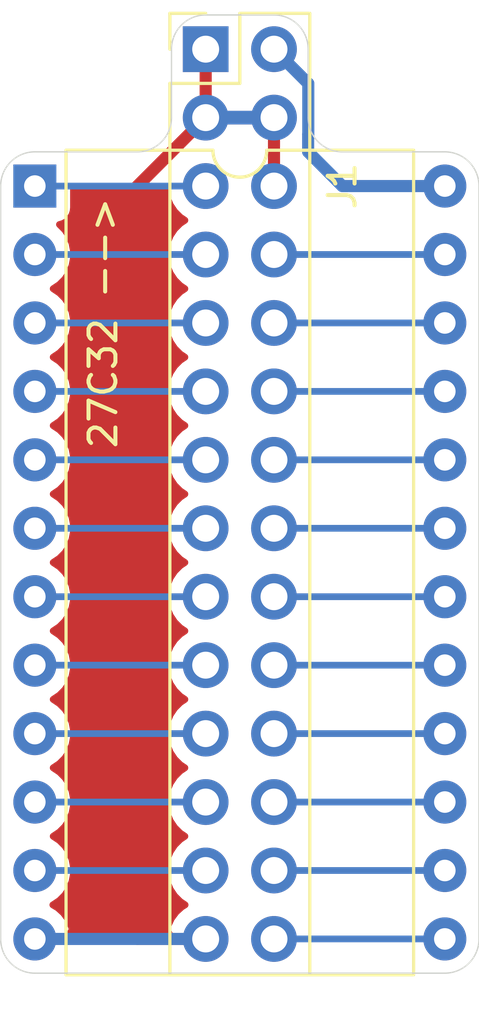
<source format=kicad_pcb>
(kicad_pcb (version 20171130) (host pcbnew 5.1.8-1.fc33)

  (general
    (thickness 1.6)
    (drawings 16)
    (tracks 38)
    (zones 0)
    (modules 2)
    (nets 25)
  )

  (page A4)
  (layers
    (0 F.Cu signal)
    (31 B.Cu signal)
    (32 B.Adhes user)
    (33 F.Adhes user)
    (34 B.Paste user)
    (35 F.Paste user)
    (36 B.SilkS user)
    (37 F.SilkS user)
    (38 B.Mask user)
    (39 F.Mask user)
    (40 Dwgs.User user)
    (41 Cmts.User user)
    (42 Eco1.User user)
    (43 Eco2.User user)
    (44 Edge.Cuts user)
    (45 Margin user)
    (46 B.CrtYd user)
    (47 F.CrtYd user)
    (48 B.Fab user)
    (49 F.Fab user)
  )

  (setup
    (last_trace_width 0.25)
    (trace_clearance 0.2)
    (zone_clearance 0.508)
    (zone_45_only no)
    (trace_min 0.2)
    (via_size 0.8)
    (via_drill 0.4)
    (via_min_size 0.4)
    (via_min_drill 0.3)
    (uvia_size 0.3)
    (uvia_drill 0.1)
    (uvias_allowed no)
    (uvia_min_size 0.2)
    (uvia_min_drill 0.1)
    (edge_width 0.05)
    (segment_width 0.2)
    (pcb_text_width 0.3)
    (pcb_text_size 1.5 1.5)
    (mod_edge_width 0.12)
    (mod_text_size 1 1)
    (mod_text_width 0.15)
    (pad_size 1.524 1.524)
    (pad_drill 0.762)
    (pad_to_mask_clearance 0)
    (aux_axis_origin 0 0)
    (visible_elements FFFFFF7F)
    (pcbplotparams
      (layerselection 0x010fc_ffffffff)
      (usegerberextensions false)
      (usegerberattributes true)
      (usegerberadvancedattributes true)
      (creategerberjobfile true)
      (excludeedgelayer true)
      (linewidth 0.100000)
      (plotframeref false)
      (viasonmask false)
      (mode 1)
      (useauxorigin false)
      (hpglpennumber 1)
      (hpglpenspeed 20)
      (hpglpendiameter 15.000000)
      (psnegative false)
      (psa4output false)
      (plotreference true)
      (plotvalue true)
      (plotinvisibletext false)
      (padsonsilk false)
      (subtractmaskfromsilk false)
      (outputformat 1)
      (mirror false)
      (drillshape 1)
      (scaleselection 1)
      (outputdirectory ""))
  )

  (net 0 "")
  (net 1 /D3)
  (net 2 GND)
  (net 3 /D4)
  (net 4 /D2)
  (net 5 /D5)
  (net 6 /D1)
  (net 7 /D6)
  (net 8 /D0)
  (net 9 /D7)
  (net 10 /A0)
  (net 11 /~CE)
  (net 12 /A1)
  (net 13 /A10)
  (net 14 /A2)
  (net 15 /~OE)
  (net 16 /A3)
  (net 17 /A11)
  (net 18 /A4)
  (net 19 /A9)
  (net 20 /A5)
  (net 21 /A8)
  (net 22 /A6)
  (net 23 /A7)
  (net 24 /VCC_EXT)

  (net_class Default "This is the default net class."
    (clearance 0.2)
    (trace_width 0.25)
    (via_dia 0.8)
    (via_drill 0.4)
    (uvia_dia 0.3)
    (uvia_drill 0.1)
    (add_net /A0)
    (add_net /A1)
    (add_net /A10)
    (add_net /A11)
    (add_net /A2)
    (add_net /A3)
    (add_net /A4)
    (add_net /A5)
    (add_net /A6)
    (add_net /A7)
    (add_net /A8)
    (add_net /A9)
    (add_net /D0)
    (add_net /D1)
    (add_net /D2)
    (add_net /D3)
    (add_net /D4)
    (add_net /D5)
    (add_net /D6)
    (add_net /D7)
    (add_net /~CE)
    (add_net /~OE)
  )

  (net_class POWER ""
    (clearance 0.2)
    (trace_width 0.45)
    (via_dia 0.8)
    (via_drill 0.4)
    (uvia_dia 0.3)
    (uvia_drill 0.1)
    (add_net /VCC_EXT)
    (add_net GND)
  )

  (module Package_DIP:DIP-24_W15.24mm (layer F.Cu) (tedit 5A02E8C5) (tstamp 5FB91BDD)
    (at 119.38 78.74)
    (descr "24-lead though-hole mounted DIP package, row spacing 15.24 mm (600 mils)")
    (tags "THT DIP DIL PDIP 2.54mm 15.24mm 600mil")
    (path /5FBAE2DA)
    (fp_text reference "27C32 -->" (at 2.54 5.08 90) (layer F.SilkS)
      (effects (font (size 1 1) (thickness 0.15)))
    )
    (fp_text value 2732 (at 7.62 30.27) (layer F.Fab)
      (effects (font (size 1 1) (thickness 0.15)))
    )
    (fp_line (start 16.3 -1.55) (end -1.05 -1.55) (layer F.CrtYd) (width 0.05))
    (fp_line (start 16.3 29.5) (end 16.3 -1.55) (layer F.CrtYd) (width 0.05))
    (fp_line (start -1.05 29.5) (end 16.3 29.5) (layer F.CrtYd) (width 0.05))
    (fp_line (start -1.05 -1.55) (end -1.05 29.5) (layer F.CrtYd) (width 0.05))
    (fp_line (start 14.08 -1.33) (end 8.62 -1.33) (layer F.SilkS) (width 0.12))
    (fp_line (start 14.08 29.27) (end 14.08 -1.33) (layer F.SilkS) (width 0.12))
    (fp_line (start 1.16 29.27) (end 14.08 29.27) (layer F.SilkS) (width 0.12))
    (fp_line (start 1.16 -1.33) (end 1.16 29.27) (layer F.SilkS) (width 0.12))
    (fp_line (start 6.62 -1.33) (end 1.16 -1.33) (layer F.SilkS) (width 0.12))
    (fp_line (start 0.255 -0.27) (end 1.255 -1.27) (layer F.Fab) (width 0.1))
    (fp_line (start 0.255 29.21) (end 0.255 -0.27) (layer F.Fab) (width 0.1))
    (fp_line (start 14.985 29.21) (end 0.255 29.21) (layer F.Fab) (width 0.1))
    (fp_line (start 14.985 -1.27) (end 14.985 29.21) (layer F.Fab) (width 0.1))
    (fp_line (start 1.255 -1.27) (end 14.985 -1.27) (layer F.Fab) (width 0.1))
    (fp_text user %R (at 7.62 13.97) (layer F.Fab)
      (effects (font (size 1 1) (thickness 0.15)))
    )
    (fp_arc (start 7.62 -1.33) (end 6.62 -1.33) (angle -180) (layer F.SilkS) (width 0.12))
    (pad 24 thru_hole oval (at 15.24 0) (size 1.6 1.6) (drill 0.8) (layers *.Cu *.Mask)
      (net 24 /VCC_EXT))
    (pad 12 thru_hole oval (at 0 27.94) (size 1.6 1.6) (drill 0.8) (layers *.Cu *.Mask)
      (net 2 GND))
    (pad 23 thru_hole oval (at 15.24 2.54) (size 1.6 1.6) (drill 0.8) (layers *.Cu *.Mask)
      (net 21 /A8))
    (pad 11 thru_hole oval (at 0 25.4) (size 1.6 1.6) (drill 0.8) (layers *.Cu *.Mask)
      (net 4 /D2))
    (pad 22 thru_hole oval (at 15.24 5.08) (size 1.6 1.6) (drill 0.8) (layers *.Cu *.Mask)
      (net 19 /A9))
    (pad 10 thru_hole oval (at 0 22.86) (size 1.6 1.6) (drill 0.8) (layers *.Cu *.Mask)
      (net 6 /D1))
    (pad 21 thru_hole oval (at 15.24 7.62) (size 1.6 1.6) (drill 0.8) (layers *.Cu *.Mask)
      (net 17 /A11))
    (pad 9 thru_hole oval (at 0 20.32) (size 1.6 1.6) (drill 0.8) (layers *.Cu *.Mask)
      (net 8 /D0))
    (pad 20 thru_hole oval (at 15.24 10.16) (size 1.6 1.6) (drill 0.8) (layers *.Cu *.Mask)
      (net 15 /~OE))
    (pad 8 thru_hole oval (at 0 17.78) (size 1.6 1.6) (drill 0.8) (layers *.Cu *.Mask)
      (net 10 /A0))
    (pad 19 thru_hole oval (at 15.24 12.7) (size 1.6 1.6) (drill 0.8) (layers *.Cu *.Mask)
      (net 13 /A10))
    (pad 7 thru_hole oval (at 0 15.24) (size 1.6 1.6) (drill 0.8) (layers *.Cu *.Mask)
      (net 12 /A1))
    (pad 18 thru_hole oval (at 15.24 15.24) (size 1.6 1.6) (drill 0.8) (layers *.Cu *.Mask)
      (net 11 /~CE))
    (pad 6 thru_hole oval (at 0 12.7) (size 1.6 1.6) (drill 0.8) (layers *.Cu *.Mask)
      (net 14 /A2))
    (pad 17 thru_hole oval (at 15.24 17.78) (size 1.6 1.6) (drill 0.8) (layers *.Cu *.Mask)
      (net 9 /D7))
    (pad 5 thru_hole oval (at 0 10.16) (size 1.6 1.6) (drill 0.8) (layers *.Cu *.Mask)
      (net 16 /A3))
    (pad 16 thru_hole oval (at 15.24 20.32) (size 1.6 1.6) (drill 0.8) (layers *.Cu *.Mask)
      (net 7 /D6))
    (pad 4 thru_hole oval (at 0 7.62) (size 1.6 1.6) (drill 0.8) (layers *.Cu *.Mask)
      (net 18 /A4))
    (pad 15 thru_hole oval (at 15.24 22.86) (size 1.6 1.6) (drill 0.8) (layers *.Cu *.Mask)
      (net 5 /D5))
    (pad 3 thru_hole oval (at 0 5.08) (size 1.6 1.6) (drill 0.8) (layers *.Cu *.Mask)
      (net 20 /A5))
    (pad 14 thru_hole oval (at 15.24 25.4) (size 1.6 1.6) (drill 0.8) (layers *.Cu *.Mask)
      (net 3 /D4))
    (pad 2 thru_hole oval (at 0 2.54) (size 1.6 1.6) (drill 0.8) (layers *.Cu *.Mask)
      (net 22 /A6))
    (pad 13 thru_hole oval (at 15.24 27.94) (size 1.6 1.6) (drill 0.8) (layers *.Cu *.Mask)
      (net 1 /D3))
    (pad 1 thru_hole rect (at 0 0) (size 1.6 1.6) (drill 0.8) (layers *.Cu *.Mask)
      (net 23 /A7))
    (model ${KISYS3DMOD}/Package_DIP.3dshapes/DIP-24_W15.24mm.wrl
      (at (xyz 0 0 0))
      (scale (xyz 1 1 1))
      (rotate (xyz 0 0 0))
    )
  )

  (module Connector_PinHeader_2.54mm:PinHeader_2x14_P2.54mm_Vertical (layer F.Cu) (tedit 59FED5CC) (tstamp 5FB63764)
    (at 125.73 73.66)
    (descr "Through hole straight pin header, 2x14, 2.54mm pitch, double rows")
    (tags "Through hole pin header THT 2x14 2.54mm double row")
    (path /5FB64E05)
    (fp_text reference J1 (at 5.08 5.08 -90) (layer F.SilkS)
      (effects (font (size 1 1) (thickness 0.15)))
    )
    (fp_text value Adapter (at 1.27 35.35) (layer F.Fab)
      (effects (font (size 1 1) (thickness 0.15)))
    )
    (fp_line (start 0 -1.27) (end 3.81 -1.27) (layer F.Fab) (width 0.1))
    (fp_line (start 3.81 -1.27) (end 3.81 34.29) (layer F.Fab) (width 0.1))
    (fp_line (start 3.81 34.29) (end -1.27 34.29) (layer F.Fab) (width 0.1))
    (fp_line (start -1.27 34.29) (end -1.27 0) (layer F.Fab) (width 0.1))
    (fp_line (start -1.27 0) (end 0 -1.27) (layer F.Fab) (width 0.1))
    (fp_line (start -1.33 34.35) (end 3.87 34.35) (layer F.SilkS) (width 0.12))
    (fp_line (start -1.33 1.27) (end -1.33 34.35) (layer F.SilkS) (width 0.12))
    (fp_line (start 3.87 -1.33) (end 3.87 34.35) (layer F.SilkS) (width 0.12))
    (fp_line (start -1.33 1.27) (end 1.27 1.27) (layer F.SilkS) (width 0.12))
    (fp_line (start 1.27 1.27) (end 1.27 -1.33) (layer F.SilkS) (width 0.12))
    (fp_line (start 1.27 -1.33) (end 3.87 -1.33) (layer F.SilkS) (width 0.12))
    (fp_line (start -1.33 0) (end -1.33 -1.33) (layer F.SilkS) (width 0.12))
    (fp_line (start -1.33 -1.33) (end 0 -1.33) (layer F.SilkS) (width 0.12))
    (fp_line (start -1.8 -1.8) (end -1.8 34.8) (layer F.CrtYd) (width 0.05))
    (fp_line (start -1.8 34.8) (end 4.35 34.8) (layer F.CrtYd) (width 0.05))
    (fp_line (start 4.35 34.8) (end 4.35 -1.8) (layer F.CrtYd) (width 0.05))
    (fp_line (start 4.35 -1.8) (end -1.8 -1.8) (layer F.CrtYd) (width 0.05))
    (fp_text user %R (at 1.27 16.51 90) (layer F.Fab)
      (effects (font (size 1 1) (thickness 0.15)))
    )
    (pad 28 thru_hole oval (at 2.54 33.02) (size 1.7 1.7) (drill 1) (layers *.Cu *.Mask)
      (net 1 /D3))
    (pad 27 thru_hole oval (at 0 33.02) (size 1.7 1.7) (drill 1) (layers *.Cu *.Mask)
      (net 2 GND))
    (pad 26 thru_hole oval (at 2.54 30.48) (size 1.7 1.7) (drill 1) (layers *.Cu *.Mask)
      (net 3 /D4))
    (pad 25 thru_hole oval (at 0 30.48) (size 1.7 1.7) (drill 1) (layers *.Cu *.Mask)
      (net 4 /D2))
    (pad 24 thru_hole oval (at 2.54 27.94) (size 1.7 1.7) (drill 1) (layers *.Cu *.Mask)
      (net 5 /D5))
    (pad 23 thru_hole oval (at 0 27.94) (size 1.7 1.7) (drill 1) (layers *.Cu *.Mask)
      (net 6 /D1))
    (pad 22 thru_hole oval (at 2.54 25.4) (size 1.7 1.7) (drill 1) (layers *.Cu *.Mask)
      (net 7 /D6))
    (pad 21 thru_hole oval (at 0 25.4) (size 1.7 1.7) (drill 1) (layers *.Cu *.Mask)
      (net 8 /D0))
    (pad 20 thru_hole oval (at 2.54 22.86) (size 1.7 1.7) (drill 1) (layers *.Cu *.Mask)
      (net 9 /D7))
    (pad 19 thru_hole oval (at 0 22.86) (size 1.7 1.7) (drill 1) (layers *.Cu *.Mask)
      (net 10 /A0))
    (pad 18 thru_hole oval (at 2.54 20.32) (size 1.7 1.7) (drill 1) (layers *.Cu *.Mask)
      (net 11 /~CE))
    (pad 17 thru_hole oval (at 0 20.32) (size 1.7 1.7) (drill 1) (layers *.Cu *.Mask)
      (net 12 /A1))
    (pad 16 thru_hole oval (at 2.54 17.78) (size 1.7 1.7) (drill 1) (layers *.Cu *.Mask)
      (net 13 /A10))
    (pad 15 thru_hole oval (at 0 17.78) (size 1.7 1.7) (drill 1) (layers *.Cu *.Mask)
      (net 14 /A2))
    (pad 14 thru_hole oval (at 2.54 15.24) (size 1.7 1.7) (drill 1) (layers *.Cu *.Mask)
      (net 15 /~OE))
    (pad 13 thru_hole oval (at 0 15.24) (size 1.7 1.7) (drill 1) (layers *.Cu *.Mask)
      (net 16 /A3))
    (pad 12 thru_hole oval (at 2.54 12.7) (size 1.7 1.7) (drill 1) (layers *.Cu *.Mask)
      (net 17 /A11))
    (pad 11 thru_hole oval (at 0 12.7) (size 1.7 1.7) (drill 1) (layers *.Cu *.Mask)
      (net 18 /A4))
    (pad 10 thru_hole oval (at 2.54 10.16) (size 1.7 1.7) (drill 1) (layers *.Cu *.Mask)
      (net 19 /A9))
    (pad 9 thru_hole oval (at 0 10.16) (size 1.7 1.7) (drill 1) (layers *.Cu *.Mask)
      (net 20 /A5))
    (pad 8 thru_hole oval (at 2.54 7.62) (size 1.7 1.7) (drill 1) (layers *.Cu *.Mask)
      (net 21 /A8))
    (pad 7 thru_hole oval (at 0 7.62) (size 1.7 1.7) (drill 1) (layers *.Cu *.Mask)
      (net 22 /A6))
    (pad 6 thru_hole oval (at 2.54 5.08) (size 1.7 1.7) (drill 1) (layers *.Cu *.Mask)
      (net 2 GND))
    (pad 5 thru_hole oval (at 0 5.08) (size 1.7 1.7) (drill 1) (layers *.Cu *.Mask)
      (net 23 /A7))
    (pad 4 thru_hole oval (at 2.54 2.54) (size 1.7 1.7) (drill 1) (layers *.Cu *.Mask)
      (net 2 GND))
    (pad 3 thru_hole oval (at 0 2.54) (size 1.7 1.7) (drill 1) (layers *.Cu *.Mask)
      (net 2 GND))
    (pad 2 thru_hole oval (at 2.54 0) (size 1.7 1.7) (drill 1) (layers *.Cu *.Mask)
      (net 24 /VCC_EXT))
    (pad 1 thru_hole rect (at 0 0) (size 1.7 1.7) (drill 1) (layers *.Cu *.Mask)
      (net 2 GND))
    (model ${KISYS3DMOD}/Connector_PinHeader_2.54mm.3dshapes/PinHeader_2x14_P2.54mm_Vertical.wrl
      (at (xyz 0 0 0))
      (scale (xyz 1 1 1))
      (rotate (xyz 0 0 0))
    )
  )

  (gr_line (start 123.19 77.47) (end 119.38 77.47) (layer Edge.Cuts) (width 0.05) (tstamp 5FB91CF1))
  (gr_line (start 124.46 73.66) (end 124.46 76.2) (layer Edge.Cuts) (width 0.05) (tstamp 5FB91CF0))
  (gr_line (start 129.54 76.2) (end 129.54 73.66) (layer Edge.Cuts) (width 0.05) (tstamp 5FB91CEF))
  (gr_line (start 130.81 77.47) (end 134.62 77.47) (layer Edge.Cuts) (width 0.05) (tstamp 5FB91CEE))
  (gr_arc (start 130.81 76.2) (end 129.54 76.2) (angle -90) (layer Edge.Cuts) (width 0.05))
  (gr_arc (start 123.19 76.2) (end 123.19 77.47) (angle -90) (layer Edge.Cuts) (width 0.05))
  (gr_arc (start 125.73 73.66) (end 125.73 72.39) (angle -90) (layer Edge.Cuts) (width 0.05))
  (gr_arc (start 128.27 73.66) (end 129.54 73.66) (angle -90) (layer Edge.Cuts) (width 0.05))
  (gr_line (start 119.38 107.95) (end 134.62 107.95) (layer Edge.Cuts) (width 0.05) (tstamp 5FB63A42))
  (gr_line (start 118.11 78.74) (end 118.11 106.68) (layer Edge.Cuts) (width 0.05) (tstamp 5FB63A41))
  (gr_line (start 128.27 72.39) (end 125.73 72.39) (layer Edge.Cuts) (width 0.05) (tstamp 5FB63A40))
  (gr_line (start 135.89 106.68) (end 135.89 78.74) (layer Edge.Cuts) (width 0.05) (tstamp 5FB63A3F))
  (gr_arc (start 134.62 106.68) (end 134.62 107.95) (angle -90) (layer Edge.Cuts) (width 0.05))
  (gr_arc (start 119.38 106.68) (end 118.11 106.68) (angle -90) (layer Edge.Cuts) (width 0.05))
  (gr_arc (start 134.62 78.74) (end 135.89 78.74) (angle -90) (layer Edge.Cuts) (width 0.05))
  (gr_arc (start 119.38 78.74) (end 119.38 77.47) (angle -90) (layer Edge.Cuts) (width 0.05))

  (segment (start 128.27 106.68) (end 134.72 106.68) (width 0.25) (layer B.Cu) (net 1))
  (segment (start 125.73 106.68) (end 119.48 106.68) (width 0.45) (layer B.Cu) (net 2))
  (segment (start 128.27 78.74) (end 128.27 76.2) (width 0.45) (layer F.Cu) (net 2))
  (segment (start 128.27 76.2) (end 125.73 76.2) (width 0.45) (layer F.Cu) (net 2))
  (segment (start 125.73 76.2) (end 125.73 73.66) (width 0.45) (layer F.Cu) (net 2))
  (segment (start 123.19 106.68) (end 125.73 106.68) (width 0.45) (layer F.Cu) (net 2))
  (segment (start 121.92 105.41) (end 123.19 106.68) (width 0.45) (layer F.Cu) (net 2))
  (segment (start 121.92 80.01) (end 121.92 105.41) (width 0.45) (layer F.Cu) (net 2))
  (segment (start 125.73 76.2) (end 121.92 80.01) (width 0.45) (layer F.Cu) (net 2))
  (segment (start 134.72 104.14) (end 128.27 104.14) (width 0.25) (layer B.Cu) (net 3))
  (segment (start 120.354998 104.14) (end 119.48 104.14) (width 0.25) (layer B.Cu) (net 4))
  (segment (start 125.73 104.14) (end 120.354998 104.14) (width 0.25) (layer B.Cu) (net 4))
  (segment (start 128.27 101.6) (end 134.72 101.6) (width 0.25) (layer B.Cu) (net 5))
  (segment (start 125.73 101.6) (end 119.48 101.6) (width 0.25) (layer B.Cu) (net 6))
  (segment (start 134.72 99.06) (end 128.27 99.06) (width 0.25) (layer B.Cu) (net 7))
  (segment (start 120.354998 99.06) (end 119.48 99.06) (width 0.25) (layer B.Cu) (net 8))
  (segment (start 125.73 99.06) (end 120.354998 99.06) (width 0.25) (layer B.Cu) (net 8))
  (segment (start 128.27 96.52) (end 134.72 96.52) (width 0.25) (layer B.Cu) (net 9))
  (segment (start 125.73 96.52) (end 119.48 96.52) (width 0.25) (layer B.Cu) (net 10))
  (segment (start 134.72 93.98) (end 128.27 93.98) (width 0.25) (layer B.Cu) (net 11))
  (segment (start 125.73 93.98) (end 119.48 93.98) (width 0.25) (layer B.Cu) (net 12))
  (segment (start 128.27 91.44) (end 134.72 91.44) (width 0.25) (layer B.Cu) (net 13))
  (segment (start 125.73 91.44) (end 119.48 91.44) (width 0.25) (layer B.Cu) (net 14))
  (segment (start 134.72 88.9) (end 128.27 88.9) (width 0.25) (layer B.Cu) (net 15))
  (segment (start 125.73 88.9) (end 119.48 88.9) (width 0.25) (layer B.Cu) (net 16))
  (segment (start 128.27 86.36) (end 134.72 86.36) (width 0.25) (layer B.Cu) (net 17))
  (segment (start 125.73 86.36) (end 119.48 86.36) (width 0.25) (layer B.Cu) (net 18))
  (segment (start 134.72 83.82) (end 128.27 83.82) (width 0.25) (layer B.Cu) (net 19))
  (segment (start 125.73 83.82) (end 119.48 83.82) (width 0.25) (layer B.Cu) (net 20))
  (segment (start 128.27 81.28) (end 134.72 81.28) (width 0.25) (layer B.Cu) (net 21))
  (segment (start 125.73 81.28) (end 119.48 81.28) (width 0.25) (layer B.Cu) (net 22))
  (segment (start 125.73 78.74) (end 119.48 78.74) (width 0.25) (layer B.Cu) (net 23))
  (segment (start 134.62 78.74) (end 130.81 78.74) (width 0.45) (layer B.Cu) (net 24))
  (segment (start 130.81 78.74) (end 129.54 77.47) (width 0.45) (layer B.Cu) (net 24))
  (segment (start 129.545001 76.812001) (end 129.545001 74.935001) (width 0.45) (layer B.Cu) (net 24))
  (segment (start 129.54 76.817002) (end 129.545001 76.812001) (width 0.45) (layer B.Cu) (net 24))
  (segment (start 129.54 77.47) (end 129.54 76.817002) (width 0.45) (layer B.Cu) (net 24))
  (segment (start 129.545001 74.935001) (end 128.27 73.66) (width 0.45) (layer B.Cu) (net 24))

  (zone (net 2) (net_name GND) (layer B.Cu) (tstamp 0) (hatch edge 0.508)
    (connect_pads (clearance 0.508))
    (min_thickness 0.254)
    (fill yes (arc_segments 32) (thermal_gap 0.508) (thermal_bridge_width 0.508))
    (polygon
      (pts
        (xy 128.27 78.74) (xy 134.62 78.74) (xy 134.62 106.68) (xy 119.38 106.68) (xy 119.38 78.74)
        (xy 125.73 78.74) (xy 125.73 73.66) (xy 128.27 73.66)
      )
    )
    (filled_polygon
      (pts
        (xy 128.143 78.74) (xy 128.14544 78.764776) (xy 128.152667 78.788601) (xy 128.164403 78.810557) (xy 128.180197 78.829803)
        (xy 128.199443 78.845597) (xy 128.221399 78.857333) (xy 128.245224 78.86456) (xy 128.27 78.867) (xy 128.397 78.867)
        (xy 128.397 78.887) (xy 128.143 78.887) (xy 128.143 78.867) (xy 128.123 78.867) (xy 128.123 78.613)
        (xy 128.143 78.613)
      )
    )
    (filled_polygon
      (pts
        (xy 128.143 76.327) (xy 125.857 76.327) (xy 125.857 76.073) (xy 128.143 76.073)
      )
    )
  )
  (zone (net 2) (net_name GND) (layer F.Cu) (tstamp 0) (hatch edge 0.508)
    (connect_pads (clearance 0.508))
    (min_thickness 0.254)
    (fill yes (arc_segments 32) (thermal_gap 0.508) (thermal_bridge_width 0.508))
    (polygon
      (pts
        (xy 128.27 78.74) (xy 134.62 78.74) (xy 134.62 106.68) (xy 119.38 106.68) (xy 119.38 78.74)
        (xy 125.73 78.74) (xy 125.73 73.66) (xy 128.27 73.66)
      )
    )
    (filled_polygon
      (pts
        (xy 124.245 78.88626) (xy 124.302068 79.173158) (xy 124.41401 79.443411) (xy 124.576525 79.686632) (xy 124.783368 79.893475)
        (xy 124.95776 80.01) (xy 124.783368 80.126525) (xy 124.576525 80.333368) (xy 124.41401 80.576589) (xy 124.302068 80.846842)
        (xy 124.245 81.13374) (xy 124.245 81.42626) (xy 124.302068 81.713158) (xy 124.41401 81.983411) (xy 124.576525 82.226632)
        (xy 124.783368 82.433475) (xy 124.95776 82.55) (xy 124.783368 82.666525) (xy 124.576525 82.873368) (xy 124.41401 83.116589)
        (xy 124.302068 83.386842) (xy 124.245 83.67374) (xy 124.245 83.96626) (xy 124.302068 84.253158) (xy 124.41401 84.523411)
        (xy 124.576525 84.766632) (xy 124.783368 84.973475) (xy 124.95776 85.09) (xy 124.783368 85.206525) (xy 124.576525 85.413368)
        (xy 124.41401 85.656589) (xy 124.302068 85.926842) (xy 124.245 86.21374) (xy 124.245 86.50626) (xy 124.302068 86.793158)
        (xy 124.41401 87.063411) (xy 124.576525 87.306632) (xy 124.783368 87.513475) (xy 124.95776 87.63) (xy 124.783368 87.746525)
        (xy 124.576525 87.953368) (xy 124.41401 88.196589) (xy 124.302068 88.466842) (xy 124.245 88.75374) (xy 124.245 89.04626)
        (xy 124.302068 89.333158) (xy 124.41401 89.603411) (xy 124.576525 89.846632) (xy 124.783368 90.053475) (xy 124.95776 90.17)
        (xy 124.783368 90.286525) (xy 124.576525 90.493368) (xy 124.41401 90.736589) (xy 124.302068 91.006842) (xy 124.245 91.29374)
        (xy 124.245 91.58626) (xy 124.302068 91.873158) (xy 124.41401 92.143411) (xy 124.576525 92.386632) (xy 124.783368 92.593475)
        (xy 124.95776 92.71) (xy 124.783368 92.826525) (xy 124.576525 93.033368) (xy 124.41401 93.276589) (xy 124.302068 93.546842)
        (xy 124.245 93.83374) (xy 124.245 94.12626) (xy 124.302068 94.413158) (xy 124.41401 94.683411) (xy 124.576525 94.926632)
        (xy 124.783368 95.133475) (xy 124.95776 95.25) (xy 124.783368 95.366525) (xy 124.576525 95.573368) (xy 124.41401 95.816589)
        (xy 124.302068 96.086842) (xy 124.245 96.37374) (xy 124.245 96.66626) (xy 124.302068 96.953158) (xy 124.41401 97.223411)
        (xy 124.576525 97.466632) (xy 124.783368 97.673475) (xy 124.95776 97.79) (xy 124.783368 97.906525) (xy 124.576525 98.113368)
        (xy 124.41401 98.356589) (xy 124.302068 98.626842) (xy 124.245 98.91374) (xy 124.245 99.20626) (xy 124.302068 99.493158)
        (xy 124.41401 99.763411) (xy 124.576525 100.006632) (xy 124.783368 100.213475) (xy 124.95776 100.33) (xy 124.783368 100.446525)
        (xy 124.576525 100.653368) (xy 124.41401 100.896589) (xy 124.302068 101.166842) (xy 124.245 101.45374) (xy 124.245 101.74626)
        (xy 124.302068 102.033158) (xy 124.41401 102.303411) (xy 124.576525 102.546632) (xy 124.783368 102.753475) (xy 124.95776 102.87)
        (xy 124.783368 102.986525) (xy 124.576525 103.193368) (xy 124.41401 103.436589) (xy 124.302068 103.706842) (xy 124.245 103.99374)
        (xy 124.245 104.28626) (xy 124.302068 104.573158) (xy 124.41401 104.843411) (xy 124.576525 105.086632) (xy 124.783368 105.293475)
        (xy 124.965534 105.415195) (xy 124.848645 105.484822) (xy 124.632412 105.679731) (xy 124.458359 105.91308) (xy 124.333175 106.175901)
        (xy 124.288524 106.32311) (xy 124.409844 106.552998) (xy 124.245 106.552998) (xy 124.245 106.553) (xy 120.815 106.553)
        (xy 120.815 106.552998) (xy 120.649916 106.552998) (xy 120.771904 106.330961) (xy 120.731246 106.196913) (xy 120.611037 105.94258)
        (xy 120.443519 105.716586) (xy 120.235131 105.527615) (xy 120.049135 105.416067) (xy 120.059727 105.41168) (xy 120.294759 105.254637)
        (xy 120.494637 105.054759) (xy 120.65168 104.819727) (xy 120.759853 104.558574) (xy 120.815 104.281335) (xy 120.815 103.998665)
        (xy 120.759853 103.721426) (xy 120.65168 103.460273) (xy 120.494637 103.225241) (xy 120.294759 103.025363) (xy 120.062241 102.87)
        (xy 120.294759 102.714637) (xy 120.494637 102.514759) (xy 120.65168 102.279727) (xy 120.759853 102.018574) (xy 120.815 101.741335)
        (xy 120.815 101.458665) (xy 120.759853 101.181426) (xy 120.65168 100.920273) (xy 120.494637 100.685241) (xy 120.294759 100.485363)
        (xy 120.062241 100.33) (xy 120.294759 100.174637) (xy 120.494637 99.974759) (xy 120.65168 99.739727) (xy 120.759853 99.478574)
        (xy 120.815 99.201335) (xy 120.815 98.918665) (xy 120.759853 98.641426) (xy 120.65168 98.380273) (xy 120.494637 98.145241)
        (xy 120.294759 97.945363) (xy 120.062241 97.79) (xy 120.294759 97.634637) (xy 120.494637 97.434759) (xy 120.65168 97.199727)
        (xy 120.759853 96.938574) (xy 120.815 96.661335) (xy 120.815 96.378665) (xy 120.759853 96.101426) (xy 120.65168 95.840273)
        (xy 120.494637 95.605241) (xy 120.294759 95.405363) (xy 120.062241 95.25) (xy 120.294759 95.094637) (xy 120.494637 94.894759)
        (xy 120.65168 94.659727) (xy 120.759853 94.398574) (xy 120.815 94.121335) (xy 120.815 93.838665) (xy 120.759853 93.561426)
        (xy 120.65168 93.300273) (xy 120.494637 93.065241) (xy 120.294759 92.865363) (xy 120.062241 92.71) (xy 120.294759 92.554637)
        (xy 120.494637 92.354759) (xy 120.65168 92.119727) (xy 120.759853 91.858574) (xy 120.815 91.581335) (xy 120.815 91.298665)
        (xy 120.759853 91.021426) (xy 120.65168 90.760273) (xy 120.494637 90.525241) (xy 120.294759 90.325363) (xy 120.062241 90.17)
        (xy 120.294759 90.014637) (xy 120.494637 89.814759) (xy 120.65168 89.579727) (xy 120.759853 89.318574) (xy 120.815 89.041335)
        (xy 120.815 88.758665) (xy 120.759853 88.481426) (xy 120.65168 88.220273) (xy 120.494637 87.985241) (xy 120.294759 87.785363)
        (xy 120.062241 87.63) (xy 120.294759 87.474637) (xy 120.494637 87.274759) (xy 120.65168 87.039727) (xy 120.759853 86.778574)
        (xy 120.815 86.501335) (xy 120.815 86.218665) (xy 120.759853 85.941426) (xy 120.65168 85.680273) (xy 120.494637 85.445241)
        (xy 120.294759 85.245363) (xy 120.062241 85.09) (xy 120.294759 84.934637) (xy 120.494637 84.734759) (xy 120.65168 84.499727)
        (xy 120.759853 84.238574) (xy 120.815 83.961335) (xy 120.815 83.678665) (xy 120.759853 83.401426) (xy 120.65168 83.140273)
        (xy 120.494637 82.905241) (xy 120.294759 82.705363) (xy 120.062241 82.55) (xy 120.294759 82.394637) (xy 120.494637 82.194759)
        (xy 120.65168 81.959727) (xy 120.759853 81.698574) (xy 120.815 81.421335) (xy 120.815 81.138665) (xy 120.759853 80.861426)
        (xy 120.65168 80.600273) (xy 120.494637 80.365241) (xy 120.296039 80.166643) (xy 120.304482 80.165812) (xy 120.42418 80.129502)
        (xy 120.534494 80.070537) (xy 120.631185 79.991185) (xy 120.710537 79.894494) (xy 120.769502 79.78418) (xy 120.805812 79.664482)
        (xy 120.818072 79.54) (xy 120.818072 78.867) (xy 124.245 78.867)
      )
    )
    (filled_polygon
      (pts
        (xy 128.143 78.74) (xy 128.14544 78.764776) (xy 128.152667 78.788601) (xy 128.164403 78.810557) (xy 128.180197 78.829803)
        (xy 128.199443 78.845597) (xy 128.221399 78.857333) (xy 128.245224 78.86456) (xy 128.27 78.867) (xy 128.397 78.867)
        (xy 128.397 78.887) (xy 128.143 78.887) (xy 128.143 78.867) (xy 128.123 78.867) (xy 128.123 78.613)
        (xy 128.143 78.613)
      )
    )
    (filled_polygon
      (pts
        (xy 128.143 76.327) (xy 125.857 76.327) (xy 125.857 76.073) (xy 128.143 76.073)
      )
    )
  )
)

</source>
